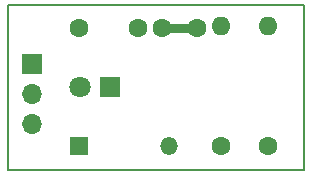
<source format=gbr>
%TF.GenerationSoftware,KiCad,Pcbnew,5.0.0-fee4fd1~66~ubuntu16.04.1*%
%TF.CreationDate,2018-09-04T19:38:39-03:00*%
%TF.ProjectId,tourk5,746F75726B352E6B696361645F706362,1*%
%TF.SameCoordinates,Original*%
%TF.FileFunction,Copper,L1,Top,Signal*%
%TF.FilePolarity,Positive*%
%FSLAX46Y46*%
G04 Gerber Fmt 4.6, Leading zero omitted, Abs format (unit mm)*
G04 Created by KiCad (PCBNEW 5.0.0-fee4fd1~66~ubuntu16.04.1) date Tue Sep  4 19:38:39 2018*
%MOMM*%
%LPD*%
G01*
G04 APERTURE LIST*
%TA.AperFunction,NonConductor*%
%ADD10C,0.150000*%
%TD*%
%TA.AperFunction,ComponentPad*%
%ADD11C,1.600000*%
%TD*%
%TA.AperFunction,ComponentPad*%
%ADD12O,1.600000X1.600000*%
%TD*%
%TA.AperFunction,ComponentPad*%
%ADD13R,1.700000X1.700000*%
%TD*%
%TA.AperFunction,ComponentPad*%
%ADD14O,1.700000X1.700000*%
%TD*%
%TA.AperFunction,ComponentPad*%
%ADD15R,1.800000X1.800000*%
%TD*%
%TA.AperFunction,ComponentPad*%
%ADD16C,1.800000*%
%TD*%
%TA.AperFunction,ComponentPad*%
%ADD17O,1.500000X1.500000*%
%TD*%
%TA.AperFunction,ComponentPad*%
%ADD18R,1.500000X1.500000*%
%TD*%
%TA.AperFunction,ViaPad*%
%ADD19C,1.600000*%
%TD*%
%TA.AperFunction,Conductor*%
%ADD20C,0.800000*%
%TD*%
G04 APERTURE END LIST*
D10*
X152000000Y-110000000D02*
X152000000Y-96000000D01*
X148000000Y-96000000D02*
X152000000Y-96000000D01*
X152000000Y-110000000D02*
X148000000Y-110000000D01*
X148000000Y-96000000D02*
X127000000Y-96000000D01*
X127000000Y-110000000D02*
X148000000Y-110000000D01*
X127000000Y-96000000D02*
X127000000Y-96000000D01*
X127000000Y-96000000D02*
X127000000Y-110000000D01*
D11*
%TO.P,R2,1*%
%TO.N,Net-(D2-Pad2)*%
X149000000Y-108000000D03*
D12*
%TO.P,R2,2*%
%TO.N,Net-(C1-Pad1)*%
X149000000Y-97840000D03*
%TD*%
D13*
%TO.P,J1,1*%
%TO.N,Net-(C1-Pad2)*%
X129000000Y-101000000D03*
D14*
%TO.P,J1,2*%
%TO.N,Net-(J1-Pad2)*%
X129000000Y-103540000D03*
%TO.P,J1,3*%
%TO.N,Net-(D2-Pad1)*%
X129000000Y-106080000D03*
%TD*%
D11*
%TO.P,C1,1*%
%TO.N,Net-(C1-Pad1)*%
X138000000Y-98000000D03*
%TO.P,C1,2*%
%TO.N,Net-(C1-Pad2)*%
X133000000Y-98000000D03*
%TD*%
D12*
%TO.P,R1,2*%
%TO.N,Net-(C1-Pad1)*%
X145000000Y-97840000D03*
D11*
%TO.P,R1,1*%
%TO.N,Net-(D2-Pad2)*%
X145000000Y-108000000D03*
%TD*%
D15*
%TO.P,D1,1*%
%TO.N,Net-(C1-Pad1)*%
X135650000Y-103000000D03*
D16*
%TO.P,D1,2*%
%TO.N,Net-(C1-Pad2)*%
X133110000Y-103000000D03*
%TD*%
D17*
%TO.P,D2,2*%
%TO.N,Net-(D2-Pad2)*%
X140570000Y-108000000D03*
D18*
%TO.P,D2,1*%
%TO.N,Net-(D2-Pad1)*%
X132950000Y-108000000D03*
%TD*%
D19*
%TO.N,Net-(C1-Pad1)*%
X140000000Y-98000000D03*
X143000000Y-98000000D03*
%TD*%
D20*
%TO.N,Net-(C1-Pad1)*%
X140000000Y-98000000D02*
X143000000Y-98000000D01*
%TD*%
M02*

</source>
